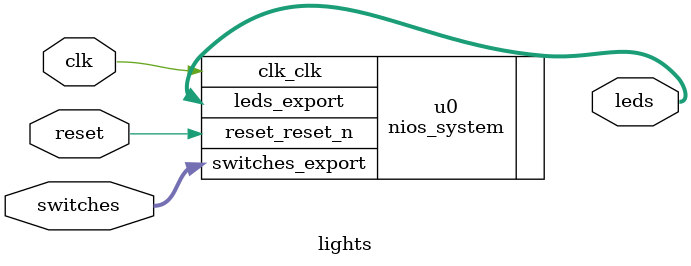
<source format=v>
module lights(clk, reset, switches, leds);
input clk;
input [0:0] reset;
input [7:0] switches;
output wire [7:0] leds;


    nios_system u0 (
        .clk_clk         (clk),         //      clk.clk
        .reset_reset_n   (reset),   //    reset.reset_n
        .switches_export (switches), // switches.export
        .leds_export     (leds)      //     leds.export
    );


endmodule 
</source>
